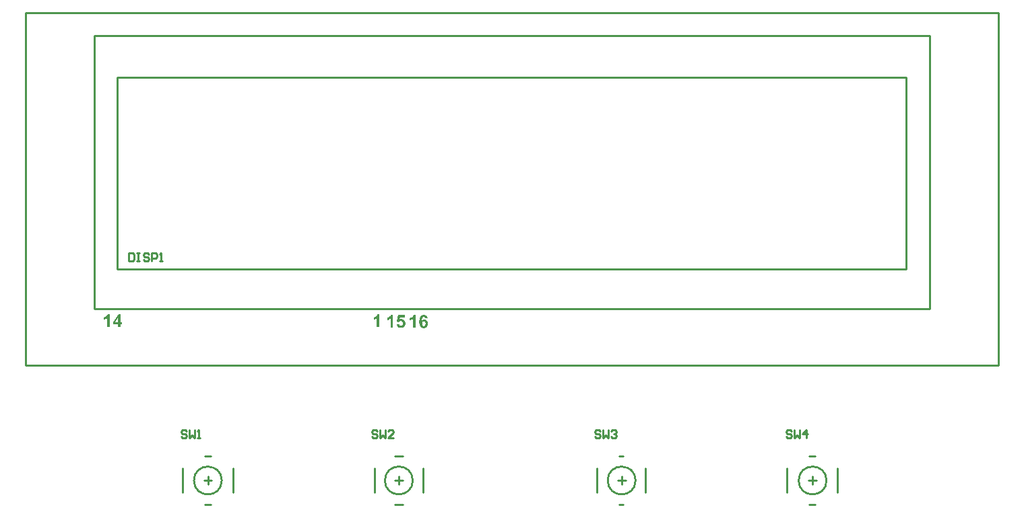
<source format=gto>
G04 Layer_Color=65535*
%FSLAX25Y25*%
%MOIN*%
G70*
G01*
G75*
%ADD10C,0.01000*%
%ADD51C,0.00984*%
G36*
X843258Y728409D02*
X842029D01*
Y733035D01*
X842019Y733025D01*
X841999Y733006D01*
X841960Y732976D01*
X841912Y732928D01*
X841843Y732879D01*
X841765Y732820D01*
X841677Y732752D01*
X841570Y732684D01*
X841463Y732606D01*
X841336Y732527D01*
X841072Y732381D01*
X840770Y732235D01*
X840438Y732108D01*
Y733220D01*
X840448D01*
X840457Y733230D01*
X840487Y733240D01*
X840526Y733250D01*
X840623Y733289D01*
X840750Y733357D01*
X840906Y733435D01*
X841082Y733542D01*
X841277Y733660D01*
X841482Y733816D01*
X841492Y733825D01*
X841511Y733835D01*
X841541Y733864D01*
X841570Y733894D01*
X841668Y733982D01*
X841794Y734108D01*
X841921Y734255D01*
X842048Y734431D01*
X842165Y734626D01*
X842253Y734840D01*
X843258D01*
Y728409D01*
D02*
G37*
G36*
X849124Y733572D02*
X846801D01*
X846606Y732488D01*
X846626Y732498D01*
X846674Y732518D01*
X846762Y732557D01*
X846870Y732596D01*
X846987Y732625D01*
X847133Y732664D01*
X847289Y732684D01*
X847445Y732693D01*
X847524D01*
X847582Y732684D01*
X847650Y732674D01*
X847738Y732664D01*
X847826Y732645D01*
X847924Y732615D01*
X848148Y732547D01*
X848256Y732498D01*
X848373Y732440D01*
X848490Y732371D01*
X848607Y732293D01*
X848724Y732205D01*
X848831Y732098D01*
X848841Y732088D01*
X848861Y732069D01*
X848880Y732039D01*
X848919Y731991D01*
X848968Y731932D01*
X849017Y731864D01*
X849066Y731776D01*
X849124Y731678D01*
X849173Y731571D01*
X849222Y731454D01*
X849271Y731327D01*
X849319Y731190D01*
X849358Y731044D01*
X849378Y730888D01*
X849397Y730722D01*
X849407Y730546D01*
Y730536D01*
Y730507D01*
Y730468D01*
X849397Y730409D01*
Y730341D01*
X849388Y730263D01*
X849368Y730175D01*
X849349Y730078D01*
X849300Y729853D01*
X849212Y729619D01*
X849105Y729375D01*
X849027Y729248D01*
X848948Y729131D01*
X848939Y729121D01*
X848919Y729092D01*
X848880Y729053D01*
X848831Y729004D01*
X848773Y728936D01*
X848695Y728867D01*
X848597Y728789D01*
X848500Y728711D01*
X848382Y728633D01*
X848246Y728555D01*
X848109Y728487D01*
X847953Y728418D01*
X847787Y728370D01*
X847602Y728331D01*
X847416Y728301D01*
X847211Y728292D01*
X847123D01*
X847065Y728301D01*
X846987D01*
X846899Y728321D01*
X846801Y728331D01*
X846694Y728350D01*
X846469Y728409D01*
X846225Y728487D01*
X845991Y728604D01*
X845874Y728682D01*
X845767Y728760D01*
X845757Y728770D01*
X845747Y728780D01*
X845718Y728809D01*
X845679Y728848D01*
X845630Y728897D01*
X845581Y728955D01*
X845533Y729024D01*
X845474Y729102D01*
X845357Y729287D01*
X845249Y729502D01*
X845162Y729765D01*
X845132Y729902D01*
X845103Y730048D01*
X846323Y730175D01*
Y730156D01*
X846333Y730107D01*
X846352Y730029D01*
X846382Y729931D01*
X846421Y729834D01*
X846469Y729716D01*
X846538Y729609D01*
X846626Y729511D01*
X846635Y729502D01*
X846674Y729472D01*
X846723Y729433D01*
X846801Y729394D01*
X846889Y729355D01*
X846987Y729316D01*
X847104Y729287D01*
X847221Y729277D01*
X847241D01*
X847289Y729287D01*
X847358Y729297D01*
X847445Y729316D01*
X847553Y729355D01*
X847660Y729414D01*
X847768Y729482D01*
X847875Y729590D01*
X847885Y729609D01*
X847914Y729648D01*
X847963Y729726D01*
X848012Y729824D01*
X848060Y729960D01*
X848109Y730117D01*
X848138Y730312D01*
X848148Y730527D01*
Y730536D01*
Y730556D01*
Y730585D01*
Y730624D01*
X848138Y730731D01*
X848119Y730858D01*
X848080Y731005D01*
X848031Y731151D01*
X847963Y731298D01*
X847875Y731415D01*
X847865Y731425D01*
X847826Y731463D01*
X847768Y731512D01*
X847690Y731571D01*
X847592Y731620D01*
X847475Y731669D01*
X847338Y731707D01*
X847192Y731717D01*
X847143D01*
X847104Y731707D01*
X846996Y731698D01*
X846870Y731659D01*
X846723Y731600D01*
X846557Y731522D01*
X846401Y731405D01*
X846313Y731327D01*
X846235Y731249D01*
X845249Y731386D01*
X845874Y734723D01*
X849124D01*
Y733572D01*
D02*
G37*
G36*
X703101Y728704D02*
X701871D01*
Y733330D01*
X701861Y733320D01*
X701842Y733301D01*
X701803Y733272D01*
X701754Y733223D01*
X701686Y733174D01*
X701608Y733115D01*
X701520Y733047D01*
X701412Y732979D01*
X701305Y732901D01*
X701178Y732823D01*
X700915Y732676D01*
X700612Y732530D01*
X700280Y732403D01*
Y733516D01*
X700290D01*
X700300Y733525D01*
X700329Y733535D01*
X700368Y733545D01*
X700466Y733584D01*
X700593Y733652D01*
X700749Y733730D01*
X700924Y733838D01*
X701120Y733955D01*
X701325Y734111D01*
X701334Y734121D01*
X701354Y734130D01*
X701383Y734160D01*
X701412Y734189D01*
X701510Y734277D01*
X701637Y734404D01*
X701764Y734550D01*
X701891Y734726D01*
X702008Y734921D01*
X702096Y735136D01*
X703101D01*
Y728704D01*
D02*
G37*
G36*
X708528Y731066D02*
X709318D01*
Y729992D01*
X708528D01*
Y728704D01*
X707337D01*
Y729992D01*
X704711D01*
Y731056D01*
X707493Y735136D01*
X708528D01*
Y731066D01*
D02*
G37*
G36*
X858764Y734732D02*
X858822D01*
X858890Y734723D01*
X859066Y734693D01*
X859251Y734645D01*
X859457Y734566D01*
X859661Y734469D01*
X859847Y734332D01*
X859857D01*
X859866Y734313D01*
X859925Y734254D01*
X860003Y734166D01*
X860101Y734030D01*
X860208Y733864D01*
X860306Y733659D01*
X860394Y733415D01*
X860462Y733141D01*
X859271Y733015D01*
Y733034D01*
X859261Y733073D01*
X859242Y733141D01*
X859222Y733219D01*
X859193Y733307D01*
X859154Y733395D01*
X859105Y733483D01*
X859037Y733551D01*
X859027Y733561D01*
X859008Y733581D01*
X858969Y733610D01*
X858910Y733639D01*
X858842Y733669D01*
X858764Y733698D01*
X858676Y733717D01*
X858568Y733727D01*
X858549D01*
X858500Y733717D01*
X858432Y733708D01*
X858344Y733688D01*
X858237Y733639D01*
X858119Y733581D01*
X858012Y733493D01*
X857905Y733376D01*
X857895Y733356D01*
X857875Y733337D01*
X857866Y733307D01*
X857846Y733259D01*
X857817Y733210D01*
X857788Y733141D01*
X857768Y733063D01*
X857739Y732975D01*
X857710Y732868D01*
X857680Y732751D01*
X857651Y732614D01*
X857631Y732468D01*
X857612Y732302D01*
X857592Y732117D01*
X857573Y731921D01*
X857583Y731931D01*
X857592Y731941D01*
X857622Y731970D01*
X857651Y732009D01*
X857758Y732097D01*
X857885Y732195D01*
X858051Y732292D01*
X858246Y732380D01*
X858471Y732448D01*
X858588Y732458D01*
X858715Y732468D01*
X858793D01*
X858842Y732458D01*
X858910Y732448D01*
X858988Y732439D01*
X859164Y732390D01*
X859369Y732322D01*
X859476Y732273D01*
X859583Y732214D01*
X859700Y732146D01*
X859808Y732068D01*
X859915Y731980D01*
X860023Y731873D01*
X860032Y731863D01*
X860042Y731843D01*
X860071Y731814D01*
X860110Y731765D01*
X860149Y731707D01*
X860198Y731638D01*
X860247Y731560D01*
X860306Y731463D01*
X860354Y731365D01*
X860403Y731248D01*
X860452Y731121D01*
X860491Y730984D01*
X860530Y730848D01*
X860559Y730692D01*
X860569Y730526D01*
X860579Y730360D01*
Y730350D01*
Y730321D01*
Y730262D01*
X860569Y730194D01*
X860559Y730116D01*
X860550Y730018D01*
X860530Y729911D01*
X860511Y729794D01*
X860433Y729540D01*
X860394Y729413D01*
X860335Y729277D01*
X860267Y729150D01*
X860188Y729023D01*
X860101Y728896D01*
X859993Y728779D01*
X859984Y728769D01*
X859964Y728749D01*
X859935Y728720D01*
X859886Y728691D01*
X859837Y728642D01*
X859769Y728593D01*
X859681Y728545D01*
X859593Y728486D01*
X859496Y728427D01*
X859378Y728379D01*
X859261Y728330D01*
X859125Y728281D01*
X858988Y728252D01*
X858842Y728222D01*
X858685Y728203D01*
X858519Y728193D01*
X858480D01*
X858422Y728203D01*
X858354D01*
X858276Y728213D01*
X858178Y728232D01*
X858071Y728252D01*
X857953Y728291D01*
X857827Y728330D01*
X857700Y728379D01*
X857563Y728437D01*
X857436Y728515D01*
X857300Y728593D01*
X857163Y728701D01*
X857036Y728808D01*
X856919Y728945D01*
X856909Y728954D01*
X856890Y728984D01*
X856860Y729023D01*
X856821Y729091D01*
X856773Y729169D01*
X856724Y729277D01*
X856665Y729394D01*
X856616Y729540D01*
X856558Y729696D01*
X856499Y729882D01*
X856450Y730077D01*
X856402Y730301D01*
X856363Y730545D01*
X856333Y730819D01*
X856314Y731102D01*
X856304Y731414D01*
Y731424D01*
Y731433D01*
Y731492D01*
Y731580D01*
X856314Y731707D01*
X856324Y731843D01*
X856343Y732019D01*
X856363Y732195D01*
X856382Y732400D01*
X856460Y732810D01*
X856509Y733024D01*
X856577Y733239D01*
X856646Y733434D01*
X856734Y733629D01*
X856831Y733805D01*
X856948Y733961D01*
X856958Y733971D01*
X856977Y733991D01*
X857016Y734030D01*
X857065Y734088D01*
X857134Y734147D01*
X857212Y734205D01*
X857300Y734283D01*
X857407Y734352D01*
X857524Y734420D01*
X857651Y734498D01*
X857788Y734557D01*
X857934Y734625D01*
X858100Y734674D01*
X858266Y734713D01*
X858451Y734732D01*
X858637Y734742D01*
X858705D01*
X858764Y734732D01*
D02*
G37*
G36*
X854479Y728310D02*
X853249D01*
Y732936D01*
X853239Y732927D01*
X853220Y732907D01*
X853181Y732878D01*
X853132Y732829D01*
X853064Y732780D01*
X852986Y732722D01*
X852898Y732653D01*
X852790Y732585D01*
X852683Y732507D01*
X852556Y732429D01*
X852293Y732283D01*
X851990Y732136D01*
X851658Y732009D01*
Y733122D01*
X851668D01*
X851678Y733132D01*
X851707Y733141D01*
X851746Y733151D01*
X851844Y733190D01*
X851971Y733259D01*
X852127Y733337D01*
X852302Y733444D01*
X852498Y733561D01*
X852703Y733717D01*
X852712Y733727D01*
X852732Y733737D01*
X852761Y733766D01*
X852790Y733795D01*
X852888Y733883D01*
X853015Y734010D01*
X853142Y734157D01*
X853269Y734332D01*
X853386Y734527D01*
X853474Y734742D01*
X854479D01*
Y728310D01*
D02*
G37*
G36*
X836565Y728606D02*
X835336D01*
Y733232D01*
X835326Y733222D01*
X835306Y733203D01*
X835267Y733173D01*
X835219Y733124D01*
X835150Y733076D01*
X835072Y733017D01*
X834984Y732949D01*
X834877Y732880D01*
X834770Y732802D01*
X834643Y732724D01*
X834379Y732578D01*
X834077Y732431D01*
X833745Y732305D01*
Y733417D01*
X833755D01*
X833764Y733427D01*
X833794Y733437D01*
X833833Y733447D01*
X833930Y733486D01*
X834057Y733554D01*
X834213Y733632D01*
X834389Y733739D01*
X834584Y733856D01*
X834789Y734013D01*
X834799Y734022D01*
X834818Y734032D01*
X834848Y734061D01*
X834877Y734091D01*
X834975Y734178D01*
X835102Y734305D01*
X835228Y734452D01*
X835355Y734627D01*
X835472Y734823D01*
X835560Y735037D01*
X836565D01*
Y728606D01*
D02*
G37*
%LPC*%
G36*
X707337Y733262D02*
X705853Y731066D01*
X707337D01*
Y733262D01*
D02*
G37*
G36*
X858519Y731560D02*
X858461D01*
X858393Y731551D01*
X858315Y731521D01*
X858217Y731492D01*
X858119Y731443D01*
X858022Y731375D01*
X857924Y731277D01*
X857914Y731267D01*
X857885Y731228D01*
X857846Y731160D01*
X857807Y731072D01*
X857758Y730955D01*
X857719Y730819D01*
X857690Y730653D01*
X857680Y730457D01*
Y730448D01*
Y730428D01*
Y730399D01*
Y730360D01*
X857700Y730253D01*
X857719Y730116D01*
X857749Y729969D01*
X857797Y729813D01*
X857866Y729667D01*
X857953Y729530D01*
X857963Y729521D01*
X858002Y729481D01*
X858061Y729433D01*
X858139Y729374D01*
X858227Y729306D01*
X858334Y729257D01*
X858451Y729218D01*
X858578Y729208D01*
X858637D01*
X858695Y729218D01*
X858773Y729237D01*
X858871Y729277D01*
X858959Y729316D01*
X859056Y729384D01*
X859144Y729472D01*
X859154Y729481D01*
X859183Y729521D01*
X859222Y729589D01*
X859261Y729677D01*
X859300Y729804D01*
X859339Y729950D01*
X859369Y730135D01*
X859378Y730350D01*
Y730360D01*
Y730379D01*
Y730409D01*
Y730457D01*
X859369Y730565D01*
X859349Y730701D01*
X859320Y730848D01*
X859271Y731004D01*
X859212Y731141D01*
X859125Y731267D01*
X859115Y731277D01*
X859086Y731316D01*
X859027Y731365D01*
X858959Y731414D01*
X858871Y731472D01*
X858764Y731511D01*
X858646Y731551D01*
X858519Y731560D01*
D02*
G37*
%LPD*%
D10*
X1040366Y677132D02*
X1039699Y677799D01*
X1038367D01*
X1037700Y677132D01*
Y676466D01*
X1038367Y675799D01*
X1039699D01*
X1040366Y675133D01*
Y674466D01*
X1039699Y673800D01*
X1038367D01*
X1037700Y674466D01*
X1041699Y677799D02*
Y673800D01*
X1043032Y675133D01*
X1044364Y673800D01*
Y677799D01*
X1047697Y673800D02*
Y677799D01*
X1045697Y675799D01*
X1048363D01*
X741166Y677132D02*
X740499Y677799D01*
X739166D01*
X738500Y677132D01*
Y676466D01*
X739166Y675799D01*
X740499D01*
X741166Y675133D01*
Y674466D01*
X740499Y673800D01*
X739166D01*
X738500Y674466D01*
X742499Y677799D02*
Y673800D01*
X743832Y675133D01*
X745164Y673800D01*
Y677799D01*
X746497Y673800D02*
X747830D01*
X747164D01*
Y677799D01*
X746497Y677132D01*
X835666D02*
X834999Y677799D01*
X833667D01*
X833000Y677132D01*
Y676466D01*
X833667Y675799D01*
X834999D01*
X835666Y675133D01*
Y674466D01*
X834999Y673800D01*
X833667D01*
X833000Y674466D01*
X836999Y677799D02*
Y673800D01*
X838332Y675133D01*
X839664Y673800D01*
Y677799D01*
X843663Y673800D02*
X840997D01*
X843663Y676466D01*
Y677132D01*
X842997Y677799D01*
X841664D01*
X840997Y677132D01*
X945866D02*
X945199Y677799D01*
X943867D01*
X943200Y677132D01*
Y676466D01*
X943867Y675799D01*
X945199D01*
X945866Y675133D01*
Y674466D01*
X945199Y673800D01*
X943867D01*
X943200Y674466D01*
X947199Y677799D02*
Y673800D01*
X948532Y675133D01*
X949864Y673800D01*
Y677799D01*
X951197Y677132D02*
X951864Y677799D01*
X953197D01*
X953863Y677132D01*
Y676466D01*
X953197Y675799D01*
X952530D01*
X953197D01*
X953863Y675133D01*
Y674466D01*
X953197Y673800D01*
X951864D01*
X951197Y674466D01*
X712663Y765299D02*
Y761300D01*
X714662D01*
X715329Y761966D01*
Y764632D01*
X714662Y765299D01*
X712663D01*
X716662D02*
X717995D01*
X717328D01*
Y761300D01*
X716662D01*
X717995D01*
X722660Y764632D02*
X721993Y765299D01*
X720660D01*
X719994Y764632D01*
Y763966D01*
X720660Y763299D01*
X721993D01*
X722660Y762633D01*
Y761966D01*
X721993Y761300D01*
X720660D01*
X719994Y761966D01*
X723993Y761300D02*
Y765299D01*
X725992D01*
X726658Y764632D01*
Y763299D01*
X725992Y762633D01*
X723993D01*
X727991Y761300D02*
X729324D01*
X728658D01*
Y765299D01*
X727991Y764632D01*
D51*
X963308Y652682D02*
G03*
X963308Y652682I-6890J0D01*
G01*
X853072Y652682D02*
G03*
X853072Y652682I-6890J0D01*
G01*
X758583D02*
G03*
X758583Y652682I-6890J0D01*
G01*
X1057796D02*
G03*
X1057796Y652682I-6890J0D01*
G01*
X1142898Y709905D02*
Y884314D01*
X661402Y709905D02*
Y884314D01*
Y709905D02*
X1142898D01*
X661402Y884314D02*
X1142800D01*
X695654Y872995D02*
X1108745D01*
X695654Y737661D02*
Y872995D01*
Y737661D02*
X1108745D01*
Y872995D01*
X706875Y852326D02*
X1097229D01*
Y757543D02*
Y852326D01*
X706875Y757543D02*
X1097229D01*
X706875D02*
Y852326D01*
X956418Y652682D02*
Y654650D01*
Y650713D02*
Y652682D01*
X954450D02*
X956418D01*
X958387D01*
X944300Y646700D02*
Y658700D01*
X955300Y640700D02*
X957300D01*
X968300Y646700D02*
Y658700D01*
X955300Y664700D02*
X957300D01*
X846182Y652682D02*
Y654650D01*
Y650713D02*
Y652682D01*
X844213D02*
X846182D01*
X848150D01*
X834300Y646700D02*
Y658700D01*
X844300Y640700D02*
X848300D01*
X858300Y646700D02*
Y658700D01*
X844300Y664700D02*
X848300D01*
X751694Y652682D02*
Y654650D01*
Y650713D02*
Y652682D01*
X749725D02*
X751694D01*
X753662D01*
X739300Y646700D02*
Y658700D01*
X750300Y640700D02*
X753300D01*
X764300Y646700D02*
Y658700D01*
X750300Y664700D02*
X753300D01*
X1050906Y652682D02*
Y654650D01*
Y650713D02*
Y652682D01*
X1048938D02*
X1050906D01*
X1052875D01*
X1038300Y646700D02*
Y658700D01*
X1049300Y640700D02*
X1052300D01*
X1063300Y646700D02*
Y658700D01*
X1049300Y664700D02*
X1052300D01*
M02*

</source>
